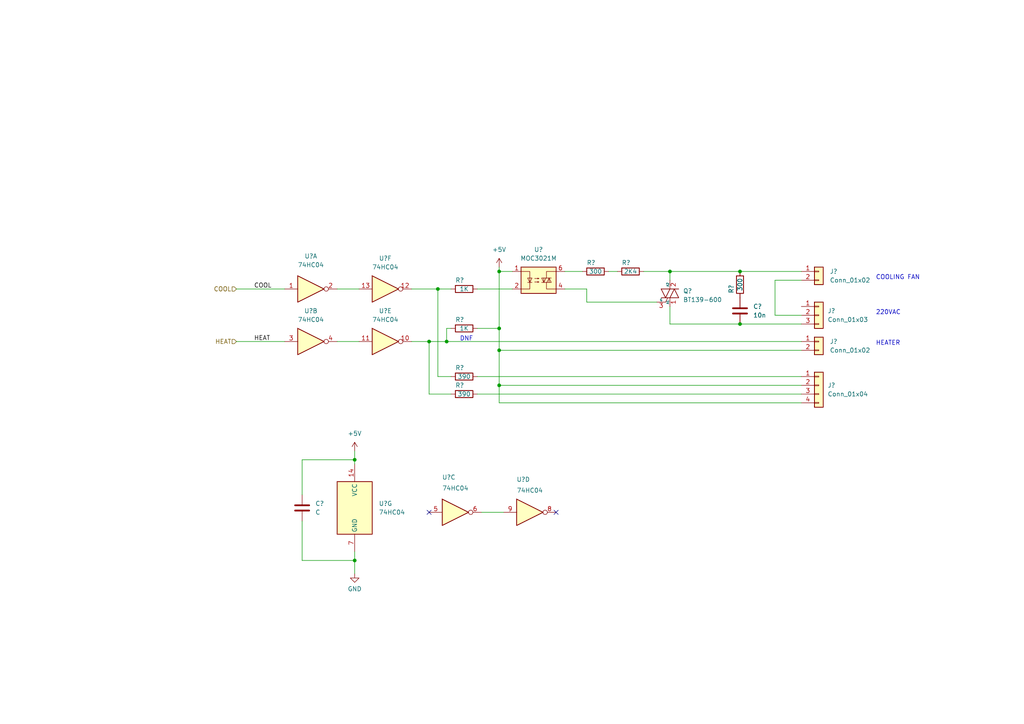
<source format=kicad_sch>
(kicad_sch (version 20211123) (generator eeschema)
  (paper "A4")
  (lib_symbols
    (symbol "74xx:74HC04"
      (property "Reference" "U" (at 0 1.27 0))
      (property "Value" "74HC04" (at 0 -1.27 0))
      (symbol "74HC04_1_0"
        (polyline (pts (xy -3.81 3.81) (xy -3.81 -3.81) (xy 3.81 0) (xy -3.81 3.81)) (stroke (width 0.254)) (fill (type background)))
        (pin input line (at -7.62 0 0) (length 3.81) (name "~") (number "1"))
        (pin output inverted (at 7.62 0 180) (length 3.81) (name "~") (number "2"))
      )
      (symbol "74HC04_2_0"
        (polyline (pts (xy -3.81 3.81) (xy -3.81 -3.81) (xy 3.81 0) (xy -3.81 3.81)) (stroke (width 0.254)) (fill (type background)))
        (pin input line (at -7.62 0 0) (length 3.81) (name "~") (number "3"))
        (pin output inverted (at 7.62 0 180) (length 3.81) (name "~") (number "4"))
      )
      (symbol "74HC04_3_0"
        (polyline (pts (xy -3.81 3.81) (xy -3.81 -3.81) (xy 3.81 0) (xy -3.81 3.81)) (stroke (width 0.254)) (fill (type background)))
        (pin input line (at -7.62 0 0) (length 3.81) (name "~") (number "5"))
        (pin output inverted (at 7.62 0 180) (length 3.81) (name "~") (number "6"))
      )
      (symbol "74HC04_4_0"
        (polyline (pts (xy -3.81 3.81) (xy -3.81 -3.81) (xy 3.81 0) (xy -3.81 3.81)) (stroke (width 0.254)) (fill (type background)))
        (pin output inverted (at 7.62 0 180) (length 3.81) (name "~") (number "8"))
        (pin input line (at -7.62 0 0) (length 3.81) (name "~") (number "9"))
      )
      (symbol "74HC04_5_0"
        (polyline (pts (xy -3.81 3.81) (xy -3.81 -3.81) (xy 3.81 0) (xy -3.81 3.81)) (stroke (width 0.254)) (fill (type background)))
        (pin output inverted (at 7.62 0 180) (length 3.81) (name "~") (number "10"))
        (pin input line (at -7.62 0 0) (length 3.81) (name "~") (number "11"))
      )
      (symbol "74HC04_6_0"
        (polyline (pts (xy -3.81 3.81) (xy -3.81 -3.81) (xy 3.81 0) (xy -3.81 3.81)) (stroke (width 0.254)) (fill (type background)))
        (pin output inverted (at 7.62 0 180) (length 3.81) (name "~") (number "12"))
        (pin input line (at -7.62 0 0) (length 3.81) (name "~") (number "13"))
      )
      (symbol "74HC04_7_0"
        (pin power_in line (at 0 12.7 270) (length 5.08) (name "VCC") (number "14"))
        (pin power_in line (at 0 -12.7 90) (length 5.08) (name "GND") (number "7"))
      )
      (symbol "74HC04_7_1"
        (rectangle (start -5.08 7.62) (end 5.08 -7.62) (stroke (width 0.254)) (fill (type background)))
      )
    )
    (symbol "Connector_Generic:Conn_01x02" (pin_names (offset 1.016) hide)
      (property "Reference" "J" (at 0 2.54 0))
      (property "Value" "Conn_01x02" (at 0 -5.08 0))
      (symbol "Conn_01x02_1_1"
        (rectangle (start -1.27 -2.413) (end 0 -2.667) (stroke (width 0.1524)))
        (rectangle (start -1.27 0.127) (end 0 -0.127) (stroke (width 0.1524)))
        (rectangle (start -1.27 1.27) (end 1.27 -3.81) (stroke (width 0.254)) (fill (type background)))
        (pin passive line (at -5.08 0 0) (length 3.81) (name "Pin_1") (number "1"))
        (pin passive line (at -5.08 -2.54 0) (length 3.81) (name "Pin_2") (number "2"))
      )
    )
    (symbol "Connector_Generic:Conn_01x03" (pin_names (offset 1.016) hide)
      (property "Reference" "J" (at 0 5.08 0))
      (property "Value" "Conn_01x03" (at 0 -5.08 0))
      (symbol "Conn_01x03_1_1"
        (rectangle (start -1.27 -2.413) (end 0 -2.667) (stroke (width 0.1524)))
        (rectangle (start -1.27 0.127) (end 0 -0.127) (stroke (width 0.1524)))
        (rectangle (start -1.27 2.667) (end 0 2.413) (stroke (width 0.1524)))
        (rectangle (start -1.27 3.81) (end 1.27 -3.81) (stroke (width 0.254)) (fill (type background)))
        (pin passive line (at -5.08 2.54 0) (length 3.81) (name "Pin_1") (number "1"))
        (pin passive line (at -5.08 0 0) (length 3.81) (name "Pin_2") (number "2"))
        (pin passive line (at -5.08 -2.54 0) (length 3.81) (name "Pin_3") (number "3"))
      )
    )
    (symbol "Connector_Generic:Conn_01x04" (pin_names (offset 1.016) hide)
      (property "Reference" "J" (at 0 5.08 0))
      (property "Value" "Conn_01x04" (at 0 -7.62 0))
      (symbol "Conn_01x04_1_1"
        (rectangle (start -1.27 -4.953) (end 0 -5.207) (stroke (width 0.1524)))
        (rectangle (start -1.27 -2.413) (end 0 -2.667) (stroke (width 0.1524)))
        (rectangle (start -1.27 0.127) (end 0 -0.127) (stroke (width 0.1524)))
        (rectangle (start -1.27 2.667) (end 0 2.413) (stroke (width 0.1524)))
        (rectangle (start -1.27 3.81) (end 1.27 -6.35) (stroke (width 0.254)) (fill (type background)))
        (pin passive line (at -5.08 2.54 0) (length 3.81) (name "Pin_1") (number "1"))
        (pin passive line (at -5.08 0 0) (length 3.81) (name "Pin_2") (number "2"))
        (pin passive line (at -5.08 -2.54 0) (length 3.81) (name "Pin_3") (number "3"))
        (pin passive line (at -5.08 -5.08 0) (length 3.81) (name "Pin_4") (number "4"))
      )
    )
    (symbol "Device:C" (pin_numbers hide) (pin_names (offset 0.254))
      (property "Reference" "C" (at 0.635 2.54 0))
      (property "Value" "C" (at 0.635 -2.54 0))
      (symbol "C_0_1"
        (polyline (pts (xy -2.032 -0.762) (xy 2.032 -0.762)) (stroke (width 0.508)))
        (polyline (pts (xy -2.032 0.762) (xy 2.032 0.762)) (stroke (width 0.508)))
      )
      (symbol "C_1_1"
        (pin passive line (at 0 3.81 270) (length 2.794) (name "~") (number "1"))
        (pin passive line (at 0 -3.81 90) (length 2.794) (name "~") (number "2"))
      )
    )
    (symbol "Device:R" (pin_numbers hide) (pin_names (offset 0))
      (property "Reference" "R" (at 2.032 0 90))
      (property "Value" "R" (at 0 0 90))
      (symbol "R_0_1"
        (rectangle (start -1.016 -2.54) (end 1.016 2.54) (stroke (width 0.254)))
      )
      (symbol "R_1_1"
        (pin passive line (at 0 3.81 270) (length 1.27) (name "~") (number "1"))
        (pin passive line (at 0 -3.81 90) (length 1.27) (name "~") (number "2"))
      )
    )
    (symbol "Relay_SolidState:MOC3021M"
      (property "Reference" "U" (at -5.334 4.826 0))
      (property "Value" "MOC3021M" (at 0 5.08 0))
      (symbol "MOC3021M_0_1"
        (rectangle (start -5.08 3.81) (end 5.08 -3.81) (stroke (width 0.254)) (fill (type background)))
        (polyline (pts (xy -3.175 -0.635) (xy -1.905 -0.635)))
        (polyline (pts (xy 1.524 -0.635) (xy 1.524 0.635)))
        (polyline (pts (xy 3.048 0.635) (xy 3.048 -0.635)))
        (polyline (pts (xy 2.286 -0.635) (xy 2.286 -2.54) (xy 5.08 -2.54)))
        (polyline (pts (xy 2.286 0.635) (xy 2.286 2.54) (xy 5.08 2.54)))
        (polyline (pts (xy -5.08 2.54) (xy -2.54 2.54) (xy -2.54 -2.54) (xy -5.08 -2.54)))
        (polyline (pts (xy -2.54 -0.635) (xy -3.175 0.635) (xy -1.905 0.635) (xy -2.54 -0.635)))
        (polyline (pts (xy 0.889 -0.635) (xy 3.683 -0.635) (xy 3.048 0.635) (xy 2.413 -0.635)))
        (polyline (pts (xy 3.683 0.635) (xy 0.889 0.635) (xy 1.524 -0.635) (xy 2.159 0.635)))
        (polyline (pts (xy -1.143 -0.508) (xy 0.127 -0.508) (xy -0.254 -0.635) (xy -0.254 -0.381) (xy 0.127 -0.508)))
        (polyline (pts (xy -1.143 0.508) (xy 0.127 0.508) (xy -0.254 0.381) (xy -0.254 0.635) (xy 0.127 0.508)))
      )
      (symbol "MOC3021M_1_1"
        (pin passive line (at -7.62 2.54 0) (length 2.54) (name "~") (number "1"))
        (pin passive line (at -7.62 -2.54 0) (length 2.54) (name "~") (number "2"))
        (pin no_connect line (at -5.08 0 0) (length 2.54) hide (name "NC") (number "3"))
        (pin passive line (at 7.62 -2.54 180) (length 2.54) (name "~") (number "4"))
        (pin no_connect line (at 5.08 0 180) (length 2.54) hide (name "NC") (number "5"))
        (pin passive line (at 7.62 2.54 180) (length 2.54) (name "~") (number "6"))
      )
    )
    (symbol "Triac_Thyristor:BT139-600" (pin_names (offset 0))
      (property "Reference" "Q" (at 5.08 1.905 0))
      (property "Value" "BT139-600" (at 5.08 0 0))
      (symbol "BT139-600_0_1"
        (polyline (pts (xy -2.54 -1.27) (xy 2.54 -1.27)) (stroke (width 0.2032)))
        (polyline (pts (xy -2.54 1.27) (xy 2.54 1.27)) (stroke (width 0.2032)))
        (polyline (pts (xy -1.27 -2.54) (xy -0.635 -1.27)))
        (polyline (pts (xy -2.54 1.27) (xy -1.27 -1.27) (xy 0 1.27)) (stroke (width 0.2032)))
        (polyline (pts (xy 0 -1.27) (xy 1.27 1.27) (xy 2.54 -1.27)) (stroke (width 0.2032)))
      )
      (symbol "BT139-600_1_1"
        (pin passive line (at 0 -3.81 90) (length 2.54) (name "A1") (number "1"))
        (pin passive line (at 0 3.81 270) (length 2.54) (name "A2") (number "2"))
        (pin input line (at -3.81 -2.54 0) (length 2.54) (name "G") (number "3"))
      )
    )
    (symbol "power:+5V" (power) (pin_names (offset 0))
      (property "Value" "+5V" (at 0 3.556 0))
      (symbol "+5V_0_1"
        (polyline (pts (xy -0.762 1.27) (xy 0 2.54)))
        (polyline (pts (xy 0 0) (xy 0 2.54)))
        (polyline (pts (xy 0 2.54) (xy 0.762 1.27)))
      )
      (symbol "+5V_1_1"
        (pin power_in line (at 0 0 90) (length 0) hide (name "+5V") (number "1"))
      )
    )
    (symbol "power:GND" (power) (pin_names (offset 0))
      (property "Value" "GND" (at 0 -3.81 0))
      (symbol "GND_0_1"
        (polyline (pts (xy 0 0) (xy 0 -1.27) (xy 1.27 -1.27) (xy 0 -2.54) (xy -1.27 -1.27) (xy 0 -1.27)))
      )
      (symbol "GND_1_1"
        (pin power_in line (at 0 0 270) (length 0) hide (name "GND") (number "1"))
      )
    )
  )
  (junction (at 102.87 162.56))
  (junction (at 144.78 101.6))
  (junction (at 129.54 99.06))
  (junction (at 102.87 133.35))
  (junction (at 124.46 99.06))
  (junction (at 144.78 78.74))
  (junction (at 214.63 93.98))
  (junction (at 194.31 78.74))
  (junction (at 127 83.82))
  (junction (at 214.63 78.74))
  (junction (at 144.78 111.76))
  (junction (at 144.78 95.25))
  (no_connect (at 124.46 148.59))
  (no_connect (at 161.29 148.59))
  (wire (pts (xy 144.78 78.74) (xy 144.78 77.47)))
  (wire (pts (xy 119.38 83.82) (xy 127 83.82)))
  (wire (pts (xy 224.79 81.28) (xy 224.79 91.44)))
  (wire (pts (xy 129.54 95.25) (xy 129.54 99.06)))
  (wire (pts (xy 130.81 95.25) (xy 129.54 95.25)))
  (wire (pts (xy 129.54 99.06) (xy 232.41 99.06)))
  (wire (pts (xy 148.59 78.74) (xy 144.78 78.74)))
  (wire (pts (xy 68.58 83.82) (xy 82.55 83.82)))
  (wire (pts (xy 194.31 78.74) (xy 214.63 78.74)))
  (wire (pts (xy 102.87 160.02) (xy 102.87 162.56)))
  (wire (pts (xy 87.63 143.51) (xy 87.63 133.35)))
  (wire (pts (xy 138.43 95.25) (xy 144.78 95.25)))
  (wire (pts (xy 68.58 99.06) (xy 82.55 99.06)))
  (wire (pts (xy 102.87 133.35) (xy 102.87 134.62)))
  (wire (pts (xy 214.63 93.98) (xy 194.31 93.98)))
  (wire (pts (xy 186.69 78.74) (xy 194.31 78.74)))
  (wire (pts (xy 144.78 116.84) (xy 144.78 111.76)))
  (wire (pts (xy 232.41 81.28) (xy 224.79 81.28)))
  (wire (pts (xy 97.79 83.82) (xy 104.14 83.82)))
  (wire (pts (xy 102.87 162.56) (xy 102.87 166.37)))
  (wire (pts (xy 97.79 99.06) (xy 104.14 99.06)))
  (wire (pts (xy 214.63 78.74) (xy 232.41 78.74)))
  (wire (pts (xy 119.38 99.06) (xy 124.46 99.06)))
  (wire (pts (xy 232.41 93.98) (xy 214.63 93.98)))
  (wire (pts (xy 232.41 111.76) (xy 144.78 111.76)))
  (wire (pts (xy 144.78 111.76) (xy 144.78 101.6)))
  (wire (pts (xy 102.87 130.81) (xy 102.87 133.35)))
  (wire (pts (xy 144.78 78.74) (xy 144.78 95.25)))
  (wire (pts (xy 87.63 151.13) (xy 87.63 162.56)))
  (wire (pts (xy 170.18 87.63) (xy 170.18 83.82)))
  (wire (pts (xy 144.78 95.25) (xy 144.78 101.6)))
  (wire (pts (xy 194.31 93.98) (xy 194.31 88.9)))
  (wire (pts (xy 190.5 87.63) (xy 170.18 87.63)))
  (wire (pts (xy 87.63 133.35) (xy 102.87 133.35)))
  (wire (pts (xy 87.63 162.56) (xy 102.87 162.56)))
  (wire (pts (xy 170.18 83.82) (xy 163.83 83.82)))
  (wire (pts (xy 127 83.82) (xy 130.81 83.82)))
  (wire (pts (xy 130.81 109.22) (xy 127 109.22)))
  (wire (pts (xy 163.83 78.74) (xy 168.91 78.74)))
  (wire (pts (xy 194.31 78.74) (xy 194.31 81.28)))
  (wire (pts (xy 124.46 114.3) (xy 124.46 99.06)))
  (wire (pts (xy 224.79 91.44) (xy 232.41 91.44)))
  (wire (pts (xy 127 109.22) (xy 127 83.82)))
  (wire (pts (xy 138.43 109.22) (xy 232.41 109.22)))
  (wire (pts (xy 138.43 83.82) (xy 148.59 83.82)))
  (wire (pts (xy 144.78 101.6) (xy 232.41 101.6)))
  (wire (pts (xy 232.41 116.84) (xy 144.78 116.84)))
  (wire (pts (xy 176.53 78.74) (xy 179.07 78.74)))
  (wire (pts (xy 138.43 114.3) (xy 232.41 114.3)))
  (wire (pts (xy 130.81 114.3) (xy 124.46 114.3)))
  (wire (pts (xy 139.7 148.59) (xy 146.05 148.59)))
  (wire (pts (xy 124.46 99.06) (xy 129.54 99.06)))
  (text "220VAC" (at 254 91.44 0) (effects (font (size 1.27 1.27)) (justify left bottom)))
  (text "HEATER" (at 254 100.33 0) (effects (font (size 1.27 1.27)) (justify left bottom)))
  (text "COOLING FAN" (at 254 81.28 0) (effects (font (size 1.27 1.27)) (justify left bottom)))
  (text "DNF" (at 133.35 99.06 0) (effects (font (size 1.27 1.27)) (justify left bottom)))
  (label "HEAT" (at 73.66 99.06 0))
  (label "COOL" (at 73.66 83.82 0))
  (hierarchical_label "HEAT" (shape input) (at 68.58 99.06 180))
  (hierarchical_label "COOL" (shape input) (at 68.58 83.82 180))
  (symbol (lib_id "Connector_Generic:Conn_01x02") (at 237.49 78.74 0) (unit 1)
    (property "Reference" "J?" (at 240.665 78.7399 0) (effects (justify left)))
    (property "Value" "Conn_01x02" (at 240.665 81.2799 0) (effects (justify left)))
  )
  (symbol (lib_id "74xx:74HC04") (at 153.67 148.59 0) (unit 4)
    (property "Reference" "U?" (at 151.765 139.065 0))
    (property "Value" "74HC04" (at 153.67 142.24 0))
    (property "Datasheet" "https://assets.nexperia.com/documents/data-sheet/74HC_HCT04.pdf" (effects hide))
  )
  (symbol (lib_id "Connector_Generic:Conn_01x04") (at 237.49 111.76 0) (unit 1)
    (property "Reference" "J?" (at 240.03 111.7599 0) (effects (justify left)))
    (property "Value" "Conn_01x04" (at 240.03 114.2999 0) (effects (justify left)))
  )
  (symbol (lib_id "74xx:74HC04") (at 102.87 147.32 0) (unit 7)
    (property "Reference" "U?" (at 109.855 146.0499 0) (effects (justify left)))
    (property "Value" "74HC04" (at 109.855 148.5899 0) (effects (justify left)))
    (property "Datasheet" "https://assets.nexperia.com/documents/data-sheet/74HC_HCT04.pdf" (effects hide))
  )
  (symbol (lib_id "74xx:74HC04") (at 90.17 99.06 0) (unit 2)
    (property "Reference" "U?" (at 90.17 90.17 0))
    (property "Value" "74HC04" (at 90.17 92.71 0))
    (property "Datasheet" "https://assets.nexperia.com/documents/data-sheet/74HC_HCT04.pdf" (effects hide))
  )
  (symbol (lib_id "74xx:74HC04") (at 132.08 148.59 0) (unit 3)
    (property "Reference" "U?" (at 130.175 138.43 0))
    (property "Value" "74HC04" (at 132.08 141.605 0))
    (property "Datasheet" "https://assets.nexperia.com/documents/data-sheet/74HC_HCT04.pdf" (effects hide))
  )
  (symbol (lib_id "Connector_Generic:Conn_01x02") (at 237.49 99.06 0) (unit 1)
    (property "Reference" "J?" (at 240.665 99.0599 0) (effects (justify left)))
    (property "Value" "Conn_01x02" (at 240.665 101.5999 0) (effects (justify left)))
  )
  (symbol (lib_id "Relay_SolidState:MOC3021M") (at 156.21 81.28 0) (unit 1)
    (property "Reference" "U?" (at 156.21 72.39 0))
    (property "Value" "MOC3021M" (at 156.21 74.93 0))
    (property "Datasheet" "https://www.onsemi.com/pub/Collateral/MOC3023M-D.PDF" (effects hide))
  )
  (symbol (lib_id "Device:C") (at 87.63 147.32 0) (unit 1)
    (property "Reference" "C?" (at 91.44 146.0499 0) (effects (justify left)))
    (property "Value" "C" (at 91.44 148.5899 0) (effects (justify left)))
  )
  (symbol (lib_id "power:GND") (at 102.87 166.37 0) (unit 1)
    (property "Reference" "#PWR?" (effects hide))
    (property "Value" "GND" (at 102.87 170.815 0))
  )
  (symbol (lib_id "74xx:74HC04") (at 90.17 83.82 0) (unit 1)
    (property "Reference" "U?" (at 90.17 74.295 0))
    (property "Value" "74HC04" (at 90.17 76.835 0))
    (property "Datasheet" "https://assets.nexperia.com/documents/data-sheet/74HC_HCT04.pdf" (effects hide))
  )
  (symbol (lib_id "Device:R") (at 172.72 78.74 90) (unit 1)
    (property "Reference" "R?" (at 171.45 76.2 90))
    (property "Value" "300" (at 172.72 78.74 90))
  )
  (symbol (lib_id "Device:R") (at 214.63 82.55 180) (unit 1)
    (property "Reference" "R?" (at 212.09 83.82 90))
    (property "Value" "300" (at 214.63 82.55 90))
  )
  (symbol (lib_id "Device:R") (at 182.88 78.74 90) (unit 1)
    (property "Reference" "R?" (at 181.61 76.2 90))
    (property "Value" "2K4" (at 182.88 78.74 90))
  )
  (symbol (lib_id "Device:R") (at 134.62 109.22 90) (unit 1)
    (property "Reference" "R?" (at 133.35 106.68 90))
    (property "Value" "390" (at 134.62 109.22 90))
  )
  (symbol (lib_id "Device:R") (at 134.62 95.25 90) (unit 1)
    (property "Reference" "R?" (at 133.35 92.71 90))
    (property "Value" "1K" (at 134.62 95.25 90))
  )
  (symbol (lib_id "Device:R") (at 134.62 114.3 90) (unit 1)
    (property "Reference" "R?" (at 133.35 111.76 90))
    (property "Value" "390" (at 134.62 114.3 90))
  )
  (symbol (lib_id "Connector_Generic:Conn_01x03") (at 237.49 91.44 0) (unit 1)
    (property "Reference" "J?" (at 240.03 90.1699 0) (effects (justify left)))
    (property "Value" "Conn_01x03" (at 240.03 92.7099 0) (effects (justify left)))
  )
  (symbol (lib_id "74xx:74HC04") (at 111.76 83.82 0) (unit 6)
    (property "Reference" "U?" (at 111.76 74.93 0))
    (property "Value" "74HC04" (at 111.76 77.47 0))
    (property "Datasheet" "https://assets.nexperia.com/documents/data-sheet/74HC_HCT04.pdf" (effects hide))
  )
  (symbol (lib_id "74xx:74HC04") (at 111.76 99.06 0) (unit 5)
    (property "Reference" "U?" (at 111.76 90.17 0))
    (property "Value" "74HC04" (at 111.76 92.71 0))
    (property "Datasheet" "https://assets.nexperia.com/documents/data-sheet/74HC_HCT04.pdf" (effects hide))
  )
  (symbol (lib_id "Triac_Thyristor:BT139-600") (at 194.31 85.09 0) (unit 1)
    (property "Reference" "Q?" (at 198.12 84.4041 0) (effects (justify left)))
    (property "Value" "BT139-600" (at 198.12 86.9441 0) (effects (justify left)))
    (property "Footprint" "Package_TO_SOT_THT:TO-220-3_Vertical" (effects hide))
    (property "Datasheet" "https://www.rapidonline.com/pdf/47-3240.pdf" (effects hide))
  )
  (symbol (lib_id "Device:C") (at 214.63 90.17 0) (unit 1)
    (property "Reference" "C?" (at 218.44 88.8999 0) (effects (justify left)))
    (property "Value" "10n" (at 218.44 91.4399 0) (effects (justify left)))
  )
  (symbol (lib_id "power:+5V") (at 144.78 77.47 0) (unit 1)
    (property "Reference" "#PWR?" (effects hide))
    (property "Value" "+5V" (at 144.78 72.39 0))
  )
  (symbol (lib_id "Device:R") (at 134.62 83.82 90) (unit 1)
    (property "Reference" "R?" (at 133.35 81.28 90))
    (property "Value" "1K" (at 134.62 83.82 90))
  )
  (symbol (lib_id "power:+5V") (at 102.87 130.81 0) (unit 1)
    (property "Reference" "#PWR?" (effects hide))
    (property "Value" "+5V" (at 102.87 125.73 0))
  )
)
</source>
